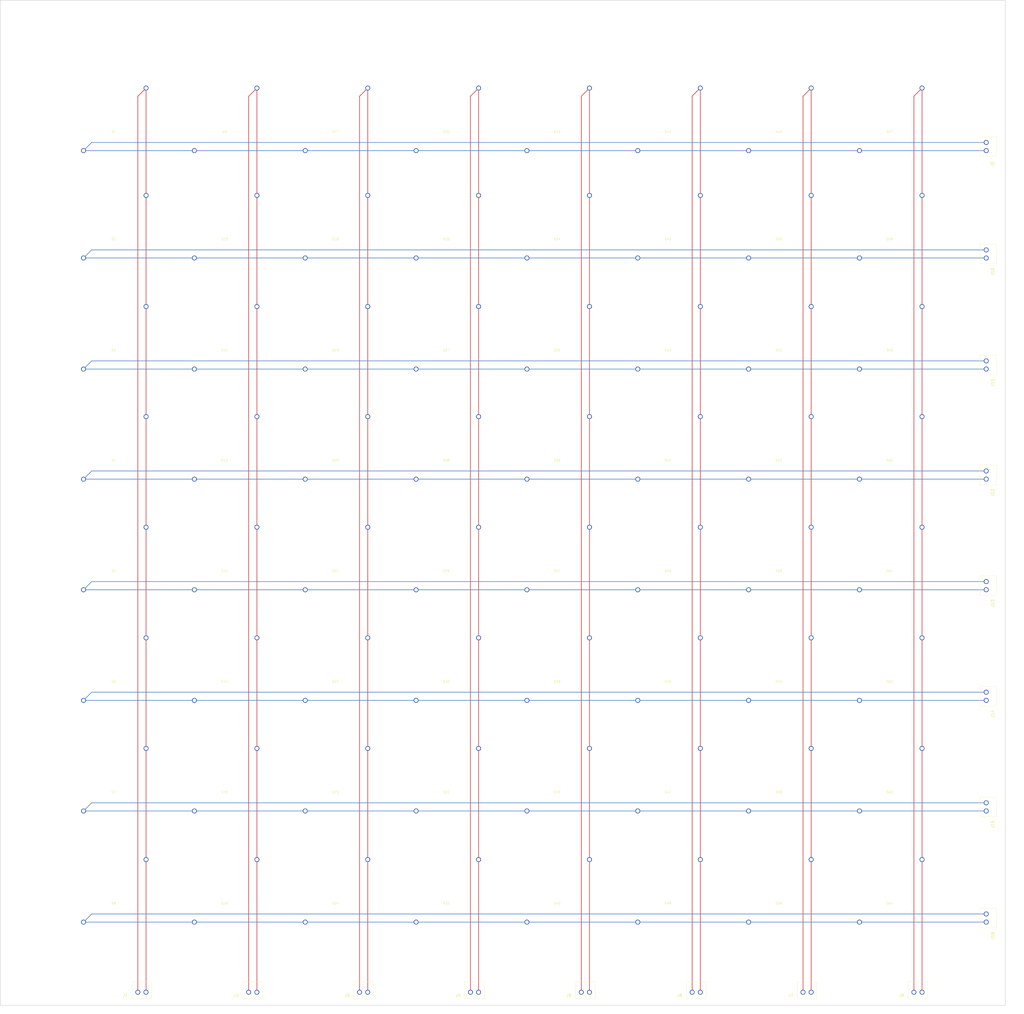
<source format=kicad_pcb>
(kicad_pcb (version 20211014) (generator pcbnew)
  (layers (0 "F.Cu" signal) (31 "B.Cu" signal) (34 "B.Paste" user) (35 "F.Paste" user) (36 "B.SilkS" user "B.Silkscreen") (37 "F.SilkS" user "F.Silkscreen") (38 "B.Mask" user) (39 "F.Mask" user) (44 "Edge.Cuts" user))
  (net 0 "")
  (net 1 "Net-(J1-Pad1)")
  (net 2 "Net-(J2-Pad1)")
  (net 3 "Net-(J3-Pad1)")
  (net 4 "Net-(J4-Pad1)")
  (net 5 "Net-(J5-Pad1)")
  (net 6 "Net-(J6-Pad1)")
  (net 7 "Net-(J7-Pad1)")
  (net 8 "Net-(J8-Pad1)")
  (net 9 "Net-(J9-Pad1)")
  (net 10 "Net-(J10-Pad1)")
  (net 11 "Net-(J11-Pad1)")
  (net 12 "Net-(J12-Pad1)")
  (net 13 "Net-(J13-Pad1)")
  (net 14 "Net-(J14-Pad1)")
  (net 15 "Net-(J15-Pad1)")
  (net 16 "Net-(J16-Pad1)")
  (footprint "GP560_V03:GP560_V03" (layer "F.Cu") (at 195.761 224.607924)
    (fp_text reference "S28" (at 12.96583 -8.08977 unlocked) (layer "F.SilkS"))
    (fp_text value "GP560_V03")
    (pad "1" thru_hole circle locked (at 26.87 -26.87) (size 2.1 2.1) (drill 1.4) (layers *.Cu *.Mask) (net 4 "Net-(J4-Pad1)"))
    (pad "2" thru_hole circle locked (at 0 0) (size 2.1 2.1) (drill 1.4) (layers *.Cu *.Mask) (net 12 "Net-(J12-Pad1)"))
  )
  (footprint "OQ0212500000G:OQ0212500000G" (layer "F.Cu") (at 362.010087 445.023029)
    (fp_text reference "J7" (at -5.339937 1.358997) (layer "F.SilkS") (effects (font (size 1.27 1.27) (thickness 0.254))))
    (fp_text value "OQ0212500000G" hide)
    (fp_line (start 5.95 -4.4) (end 5.95 2.8) (layer "F.SilkS") (width 0.1))
    (fp_line (start 5.95 2.8) (end -2.45 2.8) (layer "F.SilkS") (width 0.1))
    (fp_line (start -2.45 -4.4) (end 5.95 -4.4) (layer "F.SilkS") (width 0.1))
    (fp_line (start -2.45 2.8) (end -2.45 -4.4) (layer "F.SilkS") (width 0.1))
    (pad "1" thru_hole circle locked (at 0 0) (size 2.1 2.1) (drill 1.4) (layers *.Cu *.Mask) (net 7 "Net-(J7-Pad1)"))
    (pad "2" thru_hole circle locked (at 3.5 0) (size 2.1 2.1) (drill 1.4) (layers *.Cu *.Mask) (net 7 "Net-(J7-Pad1)"))
  )
  (footprint "GP560_V03:GP560_V03" (layer "F.Cu") (at 338.633855 83.459229)
    (fp_text reference "S49" (at 12.96583 -8.08977 unlocked) (layer "F.SilkS"))
    (fp_text value "GP560_V03")
    (pad "1" thru_hole circle locked (at 26.87 -26.87) (size 2.1 2.1) (drill 1.4) (layers *.Cu *.Mask) (net 7 "Net-(J7-Pad1)"))
    (pad "2" thru_hole circle locked (at 0 0) (size 2.1 2.1) (drill 1.4) (layers *.Cu *.Mask) (net 9 "Net-(J9-Pad1)"))
  )
  (footprint "GP560_V03:GP560_V03" (layer "F.Cu") (at 386.258145 367.157829)
    (fp_text reference "S63" (at 12.96583 -8.08977 unlocked) (layer "F.SilkS"))
    (fp_text value "GP560_V03")
    (pad "1" thru_hole circle locked (at 26.87 -26.87) (size 2.1 2.1) (drill 1.4) (layers *.Cu *.Mask) (net 8 "Net-(J8-Pad1)"))
    (pad "2" thru_hole circle locked (at 0 0) (size 2.1 2.1) (drill 1.4) (layers *.Cu *.Mask) (net 15 "Net-(J15-Pad1)"))
  )
  (footprint "GP560_V03:GP560_V03" (layer "F.Cu") (at 148.136715 83.459229)
    (fp_text reference "S17" (at 12.96583 -8.08977 unlocked) (layer "F.SilkS"))
    (fp_text value "GP560_V03")
    (pad "1" thru_hole circle locked (at 26.87 -26.87) (size 2.1 2.1) (drill 1.4) (layers *.Cu *.Mask) (net 3 "Net-(J3-Pad1)"))
    (pad "2" thru_hole circle locked (at 0 0) (size 2.1 2.1) (drill 1.4) (layers *.Cu *.Mask) (net 9 "Net-(J9-Pad1)"))
  )
  (footprint "OQ0212500000G:OQ0212500000G" (layer "F.Cu") (at 440.703945 316.130829 -90)
    (fp_text reference "J14" (at 9.3192 -2.7812 -90) (layer "F.SilkS") (effects (font (size 1.27 1.27) (thickness 0.254))))
    (fp_text value "OQ0212500000G" hide)
    (fp_line (start 5.95 2.8) (end -2.45 2.8) (layer "F.SilkS") (width 0.1))
    (fp_line (start -2.45 2.8) (end -2.45 -4.4) (layer "F.SilkS") (width 0.1))
    (fp_line (start -2.45 -4.4) (end 5.95 -4.4) (layer "F.SilkS") (width 0.1))
    (fp_line (start 5.95 -4.4) (end 5.95 2.8) (layer "F.SilkS") (width 0.1))
    (pad "1" thru_hole circle locked (at 0 0 270) (size 2.1 2.1) (drill 1.4) (layers *.Cu *.Mask) (net 14 "Net-(J14-Pad1)"))
    (pad "2" thru_hole circle locked (at 3.5 0 270) (size 2.1 2.1) (drill 1.4) (layers *.Cu *.Mask) (net 14 "Net-(J14-Pad1)"))
  )
  (footprint "GP560_V03:GP560_V03" (layer "F.Cu") (at 52.888145 177.315275)
    (fp_text reference "S3" (at 12.96583 -8.08977 unlocked) (layer "F.SilkS"))
    (fp_text value "GP560_V03")
    (pad "1" thru_hole circle locked (at 26.87 -26.87) (size 2.1 2.1) (drill 1.4) (layers *.Cu *.Mask) (net 1 "Net-(J1-Pad1)"))
    (pad "2" thru_hole circle locked (at 0 0) (size 2.1 2.1) (drill 1.4) (layers *.Cu *.Mask) (net 11 "Net-(J11-Pad1)"))
  )
  (footprint "GP560_V03:GP560_V03" (layer "F.Cu") (at 148.136715 319.641194)
    (fp_text reference "S22" (at 12.96583 -8.08977 unlocked) (layer "F.SilkS"))
    (fp_text value "GP560_V03")
    (pad "1" thru_hole circle locked (at 26.87 -26.87) (size 2.1 2.1) (drill 1.4) (layers *.Cu *.Mask) (net 3 "Net-(J3-Pad1)"))
    (pad "2" thru_hole circle locked (at 0 0) (size 2.1 2.1) (drill 1.4) (layers *.Cu *.Mask) (net 14 "Net-(J14-Pad1)"))
  )
  (footprint "GP560_V03:GP560_V03" (layer "F.Cu") (at 243.385285 83.459229)
    (fp_text reference "S33" (at 12.96583 -8.08977 unlocked) (layer "F.SilkS"))
    (fp_text value "GP560_V03")
    (pad "1" thru_hole circle locked (at 26.87 -26.87) (size 2.1 2.1) (drill 1.4) (layers *.Cu *.Mask) (net 5 "Net-(J5-Pad1)"))
    (pad "2" thru_hole circle locked (at 0 0) (size 2.1 2.1) (drill 1.4) (layers *.Cu *.Mask) (net 9 "Net-(J9-Pad1)"))
  )
  (footprint "GP560_V03:GP560_V03" (layer "F.Cu") (at 148.136715 177.315275)
    (fp_text reference "S19" (at 12.96583 -8.08977 unlocked) (layer "F.SilkS"))
    (fp_text value "GP560_V03")
    (pad "1" thru_hole circle locked (at 26.87 -26.87) (size 2.1 2.1) (drill 1.4) (layers *.Cu *.Mask) (net 3 "Net-(J3-Pad1)"))
    (pad "2" thru_hole circle locked (at 0 0) (size 2.1 2.1) (drill 1.4) (layers *.Cu *.Mask) (net 11 "Net-(J11-Pad1)"))
  )
  (footprint "OQ0212500000G:OQ0212500000G" (layer "F.Cu") (at 440.703945 79.961629 -90)
    (fp_text reference "J9" (at 9.3192 -2.7812 -90) (layer "F.SilkS") (effects (font (size 1.27 1.27) (thickness 0.254))))
    (fp_text value "OQ0212500000G" hide)
    (fp_line (start 5.95 2.8) (end -2.45 2.8) (layer "F.SilkS") (width 0.1))
    (fp_line (start -2.45 2.8) (end -2.45 -4.4) (layer "F.SilkS") (width 0.1))
    (fp_line (start 5.95 -4.4) (end 5.95 2.8) (layer "F.SilkS") (width 0.1))
    (fp_line (start -2.45 -4.4) (end 5.95 -4.4) (layer "F.SilkS") (width 0.1))
    (pad "1" thru_hole circle locked (at 0 0 270) (size 2.1 2.1) (drill 1.4) (layers *.Cu *.Mask) (net 9 "Net-(J9-Pad1)"))
    (pad "2" thru_hole circle locked (at 3.5 0 270) (size 2.1 2.1) (drill 1.4) (layers *.Cu *.Mask) (net 9 "Net-(J9-Pad1)"))
  )
  (footprint "GP560_V03:GP560_V03" (layer "F.Cu") (at 52.888145 414.909229)
    (fp_text reference "S8" (at 12.96583 -8.08977 unlocked) (layer "F.SilkS"))
    (fp_text value "GP560_V03")
    (pad "1" thru_hole circle locked (at 26.87 -26.87) (size 2.1 2.1) (drill 1.4) (layers *.Cu *.Mask) (net 1 "Net-(J1-Pad1)"))
    (pad "2" thru_hole circle locked (at 0 0) (size 2.1 2.1) (drill 1.4) (layers *.Cu *.Mask) (net 16 "Net-(J16-Pad1)"))
  )
  (footprint "OQ0212500000G:OQ0212500000G" (layer "F.Cu") (at 314.37783 445.023029)
    (fp_text reference "J6" (at -5.339937 1.358997) (layer "F.SilkS") (effects (font (size 1.27 1.27) (thickness 0.254))))
    (fp_text value "OQ0212500000G" hide)
    (fp_line (start -2.45 2.8) (end -2.45 -4.4) (layer "F.SilkS") (width 0.1))
    (fp_line (start 5.95 -4.4) (end 5.95 2.8) (layer "F.SilkS") (width 0.1))
    (fp_line (start 5.95 2.8) (end -2.45 2.8) (layer "F.SilkS") (width 0.1))
    (fp_line (start -2.45 -4.4) (end 5.95 -4.4) (layer "F.SilkS") (width 0.1))
    (pad "1" thru_hole circle locked (at 0 0) (size 2.1 2.1) (drill 1.4) (layers *.Cu *.Mask) (net 6 "Net-(J6-Pad1)"))
    (pad "2" thru_hole circle locked (at 3.5 0) (size 2.1 2.1) (drill 1.4) (layers *.Cu *.Mask) (net 6 "Net-(J6-Pad1)"))
  )
  (footprint "GP560_V03:GP560_V03" (layer "F.Cu") (at 195.761 272.124559)
    (fp_text reference "S29" (at 12.96583 -8.08977 unlocked) (layer "F.SilkS"))
    (fp_text value "GP560_V03")
    (pad "1" thru_hole circle locked (at 26.87 -26.87) (size 2.1 2.1) (drill 1.4) (layers *.Cu *.Mask) (net 4 "Net-(J4-Pad1)"))
    (pad "2" thru_hole circle locked (at 0 0) (size 2.1 2.1) (drill 1.4) (layers *.Cu *.Mask) (net 13 "Net-(J13-Pad1)"))
  )
  (footprint "OQ0212500000G:OQ0212500000G" (layer "F.Cu") (at 266.745573 445.023029)
    (fp_text reference "J5" (at -5.339937 1.358997) (layer "F.SilkS") (effects (font (size 1.27 1.27) (thickness 0.254))))
    (fp_text value "OQ0212500000G" hide)
    (fp_line (start 5.95 -4.4) (end 5.95 2.8) (layer "F.SilkS") (width 0.1))
    (fp_line (start -2.45 -4.4) (end 5.95 -4.4) (layer "F.SilkS") (width 0.1))
    (fp_line (start 5.95 2.8) (end -2.45 2.8) (layer "F.SilkS") (width 0.1))
    (fp_line (start -2.45 2.8) (end -2.45 -4.4) (layer "F.SilkS") (width 0.1))
    (pad "1" thru_hole circle locked (at 0 0) (size 2.1 2.1) (drill 1.4) (layers *.Cu *.Mask) (net 5 "Net-(J5-Pad1)"))
    (pad "2" thru_hole circle locked (at 3.5 0) (size 2.1 2.1) (drill 1.4) (layers *.Cu *.Mask) (net 5 "Net-(J5-Pad1)"))
  )
  (footprint "GP560_V03:GP560_V03" (layer "F.Cu") (at 100.51243 224.607924)
    (fp_text reference "S12" (at 12.96583 -8.08977 unlocked) (layer "F.SilkS"))
    (fp_text value "GP560_V03")
    (pad "1" thru_hole circle locked (at 26.87 -26.87) (size 2.1 2.1) (drill 1.4) (layers *.Cu *.Mask) (net 2 "Net-(J2-Pad1)"))
    (pad "2" thru_hole circle locked (at 0 0) (size 2.1 2.1) (drill 1.4) (layers *.Cu *.Mask) (net 12 "Net-(J12-Pad1)"))
  )
  (footprint "GP560_V03:GP560_V03" (layer "F.Cu") (at 291.00957 272.124559)
    (fp_text reference "S45" (at 12.96583 -8.08977 unlocked) (layer "F.SilkS"))
    (fp_text value "GP560_V03")
    (pad "1" thru_hole circle locked (at 26.87 -26.87) (size 2.1 2.1) (drill 1.4) (layers *.Cu *.Mask) (net 6 "Net-(J6-Pad1)"))
    (pad "2" thru_hole circle locked (at 0 0) (size 2.1 2.1) (drill 1.4) (layers *.Cu *.Mask) (net 13 "Net-(J13-Pad1)"))
  )
  (footprint "GP560_V03:GP560_V03" (layer "F.Cu") (at 386.258145 83.459229)
    (fp_text reference "S57" (at 12.96583 -8.08977 unlocked) (layer "F.SilkS"))
    (fp_text value "GP560_V03")
    (pad "1" thru_hole circle locked (at 26.87 -26.87) (size 2.1 2.1) (drill 1.4) (layers *.Cu *.Mask) (net 8 "Net-(J8-Pad1)"))
    (pad "2" thru_hole circle locked (at 0 0) (size 2.1 2.1) (drill 1.4) (layers *.Cu *.Mask) (net 9 "Net-(J9-Pad1)"))
  )
  (footprint "OQ0212500000G:OQ0212500000G" (layer "F.Cu") (at 123.848802 445.023029)
    (fp_text reference "J2" (at -5.339937 1.358997) (layer "F.SilkS") (effects (font (size 1.27 1.27) (thickness 0.254))))
    (fp_text value "OQ0212500000G" hide)
    (fp_line (start 5.95 2.8) (end -2.45 2.8) (layer "F.SilkS") (width 0.1))
    (fp_line (start 5.95 -4.4) (end 5.95 2.8) (layer "F.SilkS") (width 0.1))
    (fp_line (start -2.45 2.8) (end -2.45 -4.4) (layer "F.SilkS") (width 0.1))
    (fp_line (start -2.45 -4.4) (end 5.95 -4.4) (layer "F.SilkS") (width 0.1))
    (pad "1" thru_hole circle locked (at 0 0) (size 2.1 2.1) (drill 1.4) (layers *.Cu *.Mask) (net 2 "Net-(J2-Pad1)"))
    (pad "2" thru_hole circle locked (at 3.5 0) (size 2.1 2.1) (drill 1.4) (layers *.Cu *.Mask) (net 2 "Net-(J2-Pad1)"))
  )
  (footprint "GP560_V03:GP560_V03" (layer "F.Cu") (at 291.00957 129.574654)
    (fp_text reference "S42" (at 12.96583 -8.08977 unlocked) (layer "F.SilkS"))
    (fp_text value "GP560_V03")
    (pad "1" thru_hole circle locked (at 26.87 -26.87) (size 2.1 2.1) (drill 1.4) (layers *.Cu *.Mask) (net 6 "Net-(J6-Pad1)"))
    (pad "2" thru_hole circle locked (at 0 0) (size 2.1 2.1) (drill 1.4) (layers *.Cu *.Mask) (net 10 "Net-(J10-Pad1)"))
  )
  (footprint "GP560_V03:GP560_V03" (layer "F.Cu") (at 338.633855 367.157829)
    (fp_text reference "S55" (at 12.96583 -8.08977 unlocked) (layer "F.SilkS"))
    (fp_text value "GP560_V03")
    (pad "1" thru_hole circle locked (at 26.87 -26.87) (size 2.1 2.1) (drill 1.4) (layers *.Cu *.Mask) (net 7 "Net-(J7-Pad1)"))
    (pad "2" thru_hole circle locked (at 0 0) (size 2.1 2.1) (drill 1.4) (layers *.Cu *.Mask) (net 15 "Net-(J15-Pad1)"))
  )
  (footprint "GP560_V03:GP560_V03" (layer "F.Cu") (at 243.385285 319.641194)
    (fp_text reference "S38" (at 12.96583 -8.08977 unlocked) (layer "F.SilkS"))
    (fp_text value "GP560_V03")
    (pad "1" thru_hole circle locked (at 26.87 -26.87) (size 2.1 2.1) (drill 1.4) (layers *.Cu *.Mask) (net 5 "Net-(J5-Pad1)"))
    (pad "2" thru_hole circle locked (at 0 0) (size 2.1 2.1) (drill 1.4) (layers *.Cu *.Mask) (net 14 "Net-(J14-Pad1)"))
  )
  (footprint "GP560_V03:GP560_V03" (layer "F.Cu") (at 338.633855 177.315275)
    (fp_text reference "S51" (at 12.96583 -8.08977 unlocked) (layer "F.SilkS"))
    (fp_text value "GP560_V03")
    (pad "1" thru_hole circle locked (at 26.87 -26.87) (size 2.1 2.1) (drill 1.4) (layers *.Cu *.Mask) (net 7 "Net-(J7-Pad1)"))
    (pad "2" thru_hole circle locked (at 0 0) (size 2.1 2.1) (drill 1.4) (layers *.Cu *.Mask) (net 11 "Net-(J11-Pad1)"))
  )
  (footprint "OQ0212500000G:OQ0212500000G" (layer "F.Cu") (at 409.642345 445.023029)
    (fp_text reference "J8" (at -5.339937 1.358997) (layer "F.SilkS") (effects (font (size 1.27 1.27) (thickness 0.254))))
    (fp_text value "OQ0212500000G" hide)
    (fp_line (start -2.45 -4.4) (end 5.95 -4.4) (layer "F.SilkS") (width 0.1))
    (fp_line (start 5.95 -4.4) (end 5.95 2.8) (layer "F.SilkS") (width 0.1))
    (fp_line (start 5.95 2.8) (end -2.45 2.8) (layer "F.SilkS") (width 0.1))
    (fp_line (start -2.45 2.8) (end -2.45 -4.4) (layer "F.SilkS") (width 0.1))
    (pad "1" thru_hole circle locked (at 0 0) (size 2.1 2.1) (drill 1.4) (layers *.Cu *.Mask) (net 8 "Net-(J8-Pad1)"))
    (pad "2" thru_hole circle locked (at 3.5 0) (size 2.1 2.1) (drill 1.4) (layers *.Cu *.Mask) (net 8 "Net-(J8-Pad1)"))
  )
  (footprint "GP560_V03:GP560_V03" (layer "F.Cu") (at 52.888145 129.574654)
    (fp_text reference "S2" (at 12.96583 -8.08977 unlocked) (layer "F.SilkS"))
    (fp_text value "GP560_V03")
    (pad "1" thru_hole circle locked (at 26.87 -26.87) (size 2.1 2.1) (drill 1.4) (layers *.Cu *.Mask) (net 1 "Net-(J1-Pad1)"))
    (pad "2" thru_hole circle locked (at 0 0) (size 2.1 2.1) (drill 1.4) (layers *.Cu *.Mask) (net 10 "Net-(J10-Pad1)"))
  )
  (footprint "GP560_V03:GP560_V03" (layer "F.Cu") (at 291.00957 319.641194)
    (fp_text reference "S46" (at 12.96583 -8.08977 unlocked) (layer "F.SilkS"))
    (fp_text value "GP560_V03")
    (pad "1" thru_hole circle locked (at 26.87 -26.87) (size 2.1 2.1) (drill 1.4) (layers *.Cu *.Mask) (net 6 "Net-(J6-Pad1)"))
    (pad "2" thru_hole circle locked (at 0 0) (size 2.1 2.1) (drill 1.4) (layers *.Cu *.Mask) (net 14 "Net-(J14-Pad1)"))
  )
  (footprint "GP560_V03:GP560_V03" (layer "F.Cu") (at 386.258145 224.607924)
    (fp_text reference "S60" (at 12.96583 -8.08977 unlocked) (layer "F.SilkS"))
    (fp_text value "GP560_V03")
    (pad "1" thru_hole circle locked (at 26.87 -26.87) (size 2.1 2.1) (drill 1.4) (layers *.Cu *.Mask) (net 8 "Net-(J8-Pad1)"))
    (pad "2" thru_hole circle locked (at 0 0) (size 2.1 2.1) (drill 1.4) (layers *.Cu *.Mask) (net 12 "Net-(J12-Pad1)"))
  )
  (footprint "OQ0212500000G:OQ0212500000G" (layer "F.Cu") (at 440.703945 221.084029 -90)
    (fp_text reference "J12" (at 9.3192 -2.7812 -90) (layer "F.SilkS") (effects (font (size 1.27 1.27) (thickness 0.254))))
    (fp_text value "OQ0212500000G" hide)
    (fp_line (start 5.95 2.8) (end -2.45 2.8) (layer "F.SilkS") (width 0.1))
    (fp_line (start 5.95 -4.4) (end 5.95 2.8) (layer "F.SilkS") (width 0.1))
    (fp_line (start -2.45 2.8) (end -2.45 -4.4) (layer "F.SilkS") (width 0.1))
    (fp_line (start -2.45 -4.4) (end 5.95 -4.4) (layer "F.SilkS") (width 0.1))
    (pad "1" thru_hole circle locked (at 0 0 270) (size 2.1 2.1) (drill 1.4) (layers *.Cu *.Mask) (net 12 "Net-(J12-Pad1)"))
    (pad "2" thru_hole circle locked (at 3.5 0 270) (size 2.1 2.1) (drill 1.4) (layers *.Cu *.Mask) (net 12 "Net-(J12-Pad1)"))
  )
  (footprint "GP560_V03:GP560_V03" (layer "F.Cu") (at 195.761 414.909229)
    (fp_text reference "S32" (at 12.96583 -8.08977 unlocked) (layer "F.SilkS"))
    (fp_text value "GP560_V03")
    (pad "1" thru_hole circle locked (at 26.87 -26.87) (size 2.1 2.1) (drill 1.4) (layers *.Cu *.Mask) (net 4 "Net-(J4-Pad1)"))
    (pad "2" thru_hole circle locked (at 0 0) (size 2.1 2.1) (drill 1.4) (layers *.Cu *.Mask) (net 16 "Net-(J16-Pad1)"))
  )
  (footprint "GP560_V03:GP560_V03" (layer "F.Cu") (at 386.258145 414.909229)
    (fp_text reference "S64" (at 12.96583 -8.08977 unlocked) (layer "F.SilkS"))
    (fp_text value "GP560_V03")
    (pad "1" thru_hole circle locked (at 26.87 -26.87) (size 2.1 2.1) (drill 1.4) (layers *.Cu *.Mask) (net 8 "Net-(J8-Pad1)"))
    (pad "2" thru_hole circle locked (at 0 0) (size 2.1 2.1) (drill 1.4) (layers *.Cu *.Mask) (net 16 "Net-(J16-Pad1)"))
  )
  (footprint "GP560_V03:GP560_V03" (layer "F.Cu") (at 386.258145 272.124559)
    (fp_text reference "S61" (at 12.96583 -8.08977 unlocked) (layer "F.SilkS"))
    (fp_text value "GP560_V03")
    (pad "1" thru_hole circle locked (at 26.87 -26.87) (size 2.1 2.1) (drill 1.4) (layers *.Cu *.Mask) (net 8 "Net-(J8-Pad1)"))
    (pad "2" thru_hole circle locked (at 0 0) (size 2.1 2.1) (drill 1.4) (layers *.Cu *.Mask) (net 13 "Net-(J13-Pad1)"))
  )
  (footprint "GP560_V03:GP560_V03" (layer "F.Cu") (at 195.761 83.459229)
    (fp_text reference "S25" (at 12.96583 -8.08977 unlocked) (layer "F.SilkS"))
    (fp_text value "GP560_V03")
    (pad "1" thru_hole circle locked (at 26.87 -26.87) (size 2.1 2.1) (drill 1.4) (layers *.Cu *.Mask) (net 4 "Net-(J4-Pad1)"))
    (pad "2" thru_hole circle locked (at 0 0) (size 2.1 2.1) (drill 1.4) (layers *.Cu *.Mask) (net 9 "Net-(J9-Pad1)"))
  )
  (footprint "GP560_V03:GP560_V03" (layer "F.Cu") (at 386.258145 129.574654)
    (fp_text reference "S58" (at 12.96583 -8.08977 unlocked) (layer "F.SilkS"))
    (fp_text value "GP560_V03")
    (pad "1" thru_hole circle locked (at 26.87 -26.87) (size 2.1 2.1) (drill 1.4) (layers *.Cu *.Mask) (net 8 "Net-(J8-Pad1)"))
    (pad "2" thru_hole circle locked (at 0 0) (size 2.1 2.1) (drill 1.4) (layers *.Cu *.Mask) (net 10 "Net-(J10-Pad1)"))
  )
  (footprint "GP560_V03:GP560_V03" (layer "F.Cu") (at 52.888145 272.124559)
    (fp_text reference "S5" (at 12.96583 -8.08977 unlocked) (layer "F.SilkS"))
    (fp_text value "GP560_V03")
    (pad "1" thru_hole circle locked (at 26.87 -26.87) (size 2.1 2.1) (drill 1.4) (layers *.Cu *.Mask) (net 1 "Net-(J1-Pad1)"))
    (pad "2" thru_hole circle locked (at 0 0) (size 2.1 2.1) (drill 1.4) (layers *.Cu *.Mask) (net 13 "Net-(J13-Pad1)"))
  )
  (footprint "GP560_V03:GP560_V03" (layer "F.Cu") (at 386.258145 319.641194)
    (fp_text reference "S62" (at 12.96583 -8.08977 unlocked) (layer "F.SilkS"))
    (fp_text value "GP560_V03")
    (pad "1" thru_hole circle locked (at 26.87 -26.87) (size 2.1 2.1) (drill 1.4) (layers *.Cu *.Mask) (net 8 "Net-(J8-Pad1)"))
    (pad "2" thru_hole circle locked (at 0 0) (size 2.1 2.1) (drill 1.4) (layers *.Cu *.Mask) (net 14 "Net-(J14-Pad1)"))
  )
  (footprint "GP560_V03:GP560_V03" (layer "F.Cu") (at 291.00957 414.909229)
    (fp_text reference "S48" (at 12.96583 -8.08977 unlocked) (layer "F.SilkS"))
    (fp_text value "GP560_V03")
    (pad "1" thru_hole circle locked (at 26.87 -26.87) (size 2.1 2.1) (drill 1.4) (layers *.Cu *.Mask) (net 6 "Net-(J6-Pad1)"))
    (pad "2" thru_hole circle locked (at 0 0) (size 2.1 2.1) (drill 1.4) (layers *.Cu *.Mask) (net 16 "Net-(J16-Pad1)"))
  )
  (footprint "GP560_V03:GP560_V03" (layer "F.Cu") (at 100.51243 83.459229)
    (fp_text reference "S9" (at 12.96583 -8.08977 unlocked) (layer "F.SilkS"))
    (fp_text value "GP560_V03")
    (pad "1" thru_hole circle locked (at 26.87 -26.87) (size 2.1 2.1) (drill 1.4) (layers *.Cu *.Mask) (net 2 "Net-(J2-Pad1)"))
    (pad "2" thru_hole circle locked (at 0 0) (size 2.1 2.1) (drill 1.4) (layers *.Cu *.Mask) (net 9 "Net-(J9-Pad1)"))
  )
  (footprint "GP560_V03:GP560_V03" (layer "F.Cu") (at 52.888145 224.607924)
    (fp_text reference "S4" (at 12.96583 -8.08977 unlocked) (layer "F.SilkS"))
    (fp_text value "GP560_V03")
    (pad "1" thru_hole circle locked (at 26.87 -26.87) (size 2.1 2.1) (drill 1.4) (layers *.Cu *.Mask) (net 1 "Net-(J1-Pad1)"))
    (pad "2" thru_hole circle locked (at 0 0) (size 2.1 2.1) (drill 1.4) (layers *.Cu *.Mask) (net 12 "Net-(J12-Pad1)"))
  )
  (footprint "GP560_V03:GP560_V03" (layer "F.Cu") (at 195.761 319.641194)
    (fp_text reference "S30" (at 12.96583 -8.08977 unlocked) (layer "F.SilkS"))
    (fp_text value "GP560_V03")
    (pad "1" thru_hole circle locked (at 26.87 -26.87) (size 2.1 2.1) (drill 1.4) (layers *.Cu *.Mask) (net 4 "Net-(J4-Pad1)"))
    (pad "2" thru_hole circle locked (at 0 0) (size 2.1 2.1) (drill 1.4) (layers *.Cu *.Mask) (net 14 "Net-(J14-Pad1)"))
  )
  (footprint "GP560_V03:GP560_V03" (layer "F.Cu") (at 148.136715 272.124559)
    (fp_text reference "S21" (at 12.96583 -8.08977 unlocked) (layer "F.SilkS"))
    (fp_text value "GP560_V03")
    (pad "1" thru_hole circle locked (at 26.87 -26.87) (size 2.1 2.1) (drill 1.4) (layers *.Cu *.Mask) (net 3 "Net-(J3-Pad1)"))
    (pad "2" thru_hole circle locked (at 0 0) (size 2.1 2.1) (drill 1.4) (layers *.Cu *.Mask) (net 13 "Net-(J13-Pad1)"))
  )
  (footprint "GP560_V03:GP560_V03" (layer "F.Cu") (at 148.136715 129.574654)
    (fp_text reference "S18" (at 12.96583 -8.08977 unlocked) (layer "F.SilkS"))
    (fp_text value "GP560_V03")
    (pad "1" thru_hole circle locked (at 26.87 -26.87) (size 2.1 2.1) (drill 1.4) (layers *.Cu *.Mask) (net 3 "Net-(J3-Pad1)"))
    (pad "2" thru_hole circle locked (at 0 0) (size 2.1 2.1) (drill 1.4) (layers *.Cu *.Mask) (net 10 "Net-(J10-Pad1)"))
  )
  (footprint "GP560_V03:GP560_V03" (layer "F.Cu") (at 243.385285 414.909229)
    (fp_text reference "S40" (at 12.96583 -8.08977 unlocked) (layer "F.SilkS"))
    (fp_text value "GP560_V03")
    (pad "1" thru_hole circle locked (at 26.87 -26.87) (size 2.1 2.1) (drill 1.4) (layers *.Cu *.Mask) (net 5 "Net-(J5-Pad1)"))
    (pad "2" thru_hole circle locked (at 0 0) (size 2.1 2.1) (drill 1.4) (layers *.Cu *.Mask) (net 16 "Net-(J16-Pad1)"))
  )
  (footprint "GP560_V03:GP560_V03" (layer "F.Cu") (at 148.136715 414.909229)
    (fp_text reference "S24" (at 12.96583 -8.08977 unlocked) (layer "F.SilkS"))
    (fp_text value "GP560_V03")
    (pad "1" thru_hole circle locked (at 26.87 -26.87) (size 2.1 2.1) (drill 1.4) (layers *.Cu *.Mask) (net 3 "Net-(J3-Pad1)"))
    (pad "2" thru_hole circle locked (at 0 0) (size 2.1 2.1) (drill 1.4) (layers *.Cu *.Mask) (net 16 "Net-(J16-Pad1)"))
  )
  (footprint "OQ0212500000G:OQ0212500000G" (layer "F.Cu") (at 440.703945 126.113429 -90)
    (fp_text reference "J10" (at 9.3192 -2.7812 -90) (layer "F.SilkS") (effects (font (size 1.27 1.27) (thickness 0.254))))
    (fp_text value "OQ0212500000G" hide)
    (fp_line (start -2.45 2.8) (end -2.45 -4.4) (layer "F.SilkS") (width 0.1))
    (fp_line (start 5.95 2.8) (end -2.45 2.8) (layer "F.SilkS") (width 0.1))
    (fp_line (start 5.95 -4.4) (end 5.95 2.8) (layer "F.SilkS") (width 0.1))
    (fp_line (start -2.45 -4.4) (end 5.95 -4.4) (layer "F.SilkS") (width 0.1))
    (pad "1" thru_hole circle locked (at 0 0 270) (size 2.1 2.1) (drill 1.4) (layers *.Cu *.Mask) (net 10 "Net-(J10-Pad1)"))
    (pad "2" thru_hole circle locked (at 3.5 0 270) (size 2.1 2.1) (drill 1.4) (layers *.Cu *.Mask) (net 10 "Net-(J10-Pad1)"))
  )
  (footprint "GP560_V03:GP560_V03" (layer "F.Cu") (at 338.633855 414.909229)
    (fp_text reference "S56" (at 12.96583 -8.08977 unlocked) (layer "F.SilkS"))
    (fp_text value "GP560_V03")
    (pad "1" thru_hole circle locked (at 26.87 -26.87) (size 2.1 2.1) (drill 1.4) (layers *.Cu *.Mask) (net 7 "Net-(J7-Pad1)"))
    (pad "2" thru_hole circle locked (at 0 0) (size 2.1 2.1) (drill 1.4) (layers *.Cu *.Mask) (net 16 "Net-(J16-Pad1)"))
  )
  (footprint "GP560_V03:GP560_V03" (layer "F.Cu") (at 148.136715 367.157829)
    (fp_text reference "S23" (at 12.96583 -8.08977 unlocked) (layer "F.SilkS"))
    (fp_text value "GP560_V03")
    (pad "1" thru_hole circle locked (at 26.87 -26.87) (size 2.1 2.1) (drill 1.4) (layers *.Cu *.Mask) (net 3 "Net-(J3-Pad1)"))
    (pad "2" thru_hole circle locked (at 0 0) (size 2.1 2.1) (drill 1.4) (layers *.Cu *.Mask) (net 15 "Net-(J15-Pad1)"))
  )
  (footprint "GP560_V03:GP560_V03" (layer "F.Cu") (at 52.888145 319.641194)
    (fp_text reference "S6" (at 12.96583 -8.08977 unlocked) (layer "F.SilkS"))
    (fp_text value "GP560_V03")
    (pad "1" thru_hole circle locked (at 26.87 -26.87) (size 2.1 2.1) (drill 1.4) (layers *.Cu *.Mask) (net 1 "Net-(J1-Pad1)"))
    (pad "2" thru_hole circle locked (at 0 0) (size 2.1 2.1) (drill 1.4) (layers *.Cu *.Mask) (net 14 "Net-(J14-Pad1)"))
  )
  (footprint "GP560_V03:GP560_V03" (layer "F.Cu") (at 52.888145 83.459229)
    (fp_text reference "S1" (at 12.96583 -8.08977 unlocked) (layer "F.SilkS"))
    (fp_text value "GP560_V03")
    (pad "1" thru_hole circle locked (at 26.87 -26.87) (size 2.1 2.1) (drill 1.4) (layers *.Cu *.Mask) (net 1 "Net-(J1-Pad1)"))
    (pad "2" thru_hole circle locked (at 0 0) (size 2.1 2.1) (drill 1.4) (layers *.Cu *.Mask) (net 9 "Net-(J9-Pad1)"))
  )
  (footprint "GP560_V03:GP560_V03" (layer "F.Cu") (at 243.385285 224.607924)
    (fp_text reference "S36" (at 12.96583 -8.08977 unlocked) (layer "F.SilkS"))
    (fp_text value "GP560_V03")
    (pad "1" thru_hole circle locked (at 26.87 -26.87) (size 2.1 2.1) (drill 1.4) (layers *.Cu *.Mask) (net 5 "Net-(J5-Pad1)"))
    (pad "2" thru_hole circle locked (at 0 0) (size 2.1 2.1) (drill 1.4) (layers *.Cu *.Mask) (net 12 "Net-(J12-Pad1)"))
  )
  (footprint "GP560_V03:GP560_V03" (layer "F.Cu") (at 100.51243 177.315275)
    (fp_text reference "S11" (at 12.96583 -8.08977 unlocked) (layer "F.SilkS"))
    (fp_text value "GP560_V03")
    (pad "1" thru_hole circle locked (at 26.87 -26.87) (size 2.1 2.1) (drill 1.4) (layers *.Cu *.Mask) (net 2 "Net-(J2-Pad1)"))
    (pad "2" thru_hole circle locked (at 0 0) (size 2.1 2.1) (drill 1.4) (layers *.Cu *.Mask) (net 11 "Net-(J11-Pad1)"))
  )
  (footprint "GP560_V03:GP560_V03" (layer "F.Cu") (at 243.385285 177.315275)
    (fp_text reference "S35" (at 12.96583 -8.08977 unlocked) (layer "F.SilkS"))
    (fp_text value "GP560_V03")
    (pad "1" thru_hole circle locked (at 26.87 -26.87) (size 2.1 2.1) (drill 1.4) (layers *.Cu *.Mask) (net 5 "Net-(J5-Pad1)"))
    (pad "2" thru_hole circle locked (at 0 0) (size 2.1 2.1) (drill 1.4) (layers *.Cu *.Mask) (net 11 "Net-(J11-Pad1)"))
  )
  (footprint "OQ0212500000G:OQ0212500000G" (layer "F.Cu") (at 440.703945 173.789229 -90)
    (fp_text reference "J11" (at 9.3192 -2.7812 -90) (layer "F.SilkS") (effects (font (size 1.27 1.27) (thickness 0.254))))
    (fp_text value "OQ0212500000G" hide)
    (fp_line (start -2.45 -4.4) (end 5.95 -4.4) (layer "F.SilkS") (width 0.1))
    (fp_line (start 5.95 -4.4) (end 5.95 2.8) (layer "F.SilkS") (width 0.1))
    (fp_line (start 5.95 2.8) (end -2.45 2.8) (layer "F.SilkS") (width 0.1))
    (fp_line (start -2.45 2.8) (end -2.45 -4.4) (layer "F.SilkS") (width 0.1))
    (pad "1" thru_hole circle locked (at 0 0 270) (size 2.1 2.1) (drill 1.4) (layers *.Cu *.Mask) (net 11 "Net-(J11-Pad1)"))
    (pad "2" thru_hole circle locked (at 3.5 0 270) (size 2.1 2.1) (drill 1.4) (layers *.Cu *.Mask) (net 11 "Net-(J11-Pad1)"))
  )
  (footprint "OQ0212500000G:OQ0212500000G" (layer "F.Cu") (at 440.703945 363.654229 -90)
    (fp_text reference "J15" (at 9.3192 -2.7812 -90) (layer "F.SilkS") (effects (font (size 1.27 1.27) (thickness 0.254))))
    (fp_text value "OQ0212500000G" hide)
    (fp_line (start -2.45 -4.4) (end 5.95 -4.4) (layer "F.SilkS") (width 0.1))
    (fp_line (start 5.95 2.8) (end -2.45 2.8) (layer "F.SilkS") (width 0.1))
    (fp_line (start -2.45 2.8) (end -2.45 -4.4) (layer "F.SilkS") (width 0.1))
    (fp_line (start 5.95 -4.4) (end 5.95 2.8) (layer "F.SilkS") (width 0.1))
    (pad "1" thru_hole circle locked (at 0 0 270) (size 2.1 2.1) (drill 1.4) (layers *.Cu *.Mask) (net 15 "Net-(J15-Pad1)"))
    (pad "2" thru_hole circle locked (at 3.5 0 270) (size 2.1 2.1) (drill 1.4) (layers *.Cu *.Mask) (net 15 "Net-(J15-Pad1)"))
  )
  (footprint "GP560_V03:GP560_V03" (layer "F.Cu") (at 195.761 177.315275)
    (fp_text reference "S27" (at 12.96583 -8.08977 unlocked) (layer "F.SilkS"))
    (fp_text value "GP560_V03")
    (pad "1" thru_hole circle locked (at 26.87 -26.87) (size 2.1 2.1) (drill 1.4) (layers *.Cu *.Mask) (net 4 "Net-(J4-Pad1)"))
    (pad "2" thru_hole circle locked (at 0 0) (size 2.1 2.1) (drill 1.4) (layers *.Cu *.Mask) (net 11 "Net-(J11-Pad1)"))
  )
  (footprint "GP560_V03:GP560_V03" (layer "F.Cu") (at 243.385285 272.124559)
    (fp_text reference "S37" (at 12.96583 -8.08977 unlocked) (layer "F.SilkS"))
    (fp_text value "GP560_V03")
    (pad "1" thru_hole circle locked (at 26.87 -26.87) (size 2.1 2.1) (drill 1.4) (layers *.Cu *.Mask) (net 5 "Net-(J5-Pad1)"))
    (pad "2" thru_hole circle locked (at 0 0) (size 2.1 2.1) (drill 1.4) (layers *.Cu *.Mask) (net 13 "Net-(J13-Pad1)"))
  )
  (footprint "GP560_V03:GP560_V03" (layer "F.Cu") (at 52.888145 367.157829)
    (fp_text reference "S7" (at 12.96583 -8.08977 unlocked) (layer "F.SilkS"))
    (fp_text value "GP560_V03")
    (pad "1" thru_hole circle locked (at 26.87 -26.87) (size 2.1 2.1) (drill 1.4) (layers *.Cu *.Mask) (net 1 "Net-(J1-Pad1)"))
    (pad "2" thru_hole circle locked (at 0 0) (size 2.1 2.1) (drill 1.4) (layers *.Cu *.Mask) (net 15 "Net-(J15-Pad1)"))
  )
  (footprint "GP560_V03:GP560_V03" (layer "F.Cu") (at 148.136715 224.607924)
    (fp_text reference "S20" (at 12.96583 -8.08977 unlocked) (layer "F.SilkS"))
    (fp_text value "GP560_V03")
    (pad "1" thru_hole circle locked (at 26.87 -26.87) (size 2.1 2.1) (drill 1.4) (layers *.Cu *.Mask) (net 3 "Net-(J3-Pad1)"))
    (pad "2" thru_hole circle locked (at 0 0) (size 2.1 2.1) (drill 1.4) (layers *.Cu *.Mask) (net 12 "Net-(J12-Pad1)"))
  )
  (footprint "OQ0212500000G:OQ0212500000G" (layer "F.Cu") (at 171.481059 445.023029)
    (fp_text reference "J3" (at -5.339937 1.358997) (layer "F.SilkS") (effects (font (size 1.27 1.27) (thickness 0.254))))
    (fp_text value "OQ0212500000G" hide)
    (fp_line (start 5.95 -4.4) (end 5.95 2.8) (layer "F.SilkS") (width 0.1))
    (fp_line (start -2.45 2.8) (end -2.45 -4.4) (layer "F.SilkS") (width 0.1))
    (fp_line (start 5.95 2.8) (end -2.45 2.8) (layer "F.SilkS") (width 0.1))
    (fp_line (start -2.45 -4.4) (end 5.95 -4.4) (layer "F.SilkS") (width 0.1))
    (pad "1" thru_hole circle locked (at 0 0) (size 2.1 2.1) (drill 1.4) (layers *.Cu *.Mask) (net 3 "Net-(J3-Pad1)"))
    (pad "2" thru_hole circle locked (at 3.5 0) (size 2.1 2.1) (drill 1.4) (layers *.Cu *.Mask) (net 3 "Net-(J3-Pad1)"))
  )
  (footprint "GP560_V03:GP560_V03" (layer "F.Cu") (at 100.51243 414.909229)
    (fp_text reference "S16" (at 12.96583 -8.08977 unlocked) (layer "F.SilkS"))
    (fp_text value "GP560_V03")
    (pad "1" thru_hole circle locked (at 26.87 -26.87) (size 2.1 2.1) (drill 1.4) (layers *.Cu *.Mask) (net 2 "Net-(J2-Pad1)"))
    (pad "2" thru_hole circle locked (at 0 0) (size 2.1 2.1) (drill 1.4) (layers *.Cu *.Mask) (net 16 "Net-(J16-Pad1)"))
  )
  (footprint "GP560_V03:GP560_V03" (layer "F.Cu") (at 291.00957 83.459229)
    (fp_text reference "S41" (at 12.96583 -8.08977 unlocked) (layer "F.SilkS"))
    (fp_text value "GP560_V03")
    (pad "1" thru_hole circle locked (at 26.87 -26.87) (size 2.1 2.1) (drill 1.4) (layers *.Cu *.Mask) (net 6 "Net-(J6-Pad1)"))
    (pad "2" thru_hole circle locked (at 0 0) (size 2.1 2.1) (drill 1.4) (layers *.Cu *.Mask) (net 9 "Net-(J9-Pad1)"))
  )
  (footprint "OQ0212500000G:OQ0212500000G" (layer "F.Cu") (at 76.216545 445.023029)
    (fp_text reference "J1" (at -5.339937 1.358997) (layer "F.SilkS") (effects (font (size 1.27 1.27) (thickness 0.254))))
    (fp_text value "OQ0212500000G" hide)
    (fp_line (start 5.95 -4.4) (end 5.95 2.8) (layer "F.SilkS") (width 0.1))
    (fp_line (start -2.45 2.8) (end -2.45 -4.4) (layer "F.SilkS") (width 0.1))
    (fp_line (start 5.95 2.8) (end -2.45 2.8) (layer "F.SilkS") (width 0.1))
    (fp_line (start -2.45 -4.4) (end 5.95 -4.4) (layer "F.SilkS") (width 0.1))
    (pad "1" thru_hole circle locked (at 0 0) (size 2.1 2.1) (drill 1.4) (layers *.Cu *.Mask) (net 1 "Net-(J1-Pad1)"))
    (pad "2" thru_hole circle locked (at 3.5 0) (size 2.1 2.1) (drill 1.4) (layers *.Cu *.Mask) (net 1 "Net-(J1-Pad1)"))
  )
  (footprint "GP560_V03:GP560_V03" (layer "F.Cu") (at 100.51243 129.574654)
    (fp_text reference "S10" (at 12.96583 -8.08977 unlocked) (layer "F.SilkS"))
    (fp_text value "GP560_V03")
    (pad "1" thru_hole circle locked (at 26.87 -26.87) (size 2.1 2.1) (drill 1.4) (layers *.Cu *.Mask) (net 2 "Net-(J2-Pad1)"))
    (pad "2" thru_hole circle locked (at 0 0) (size 2.1 2.1) (drill 1.4) (layers *.Cu *.Mask) (net 10 "Net-(J10-Pad1)"))
  )
  (footprint "GP560_V03:GP560_V03" (layer "F.Cu") (at 291.00957 224.607924)
    (fp_text reference "S44" (at 12.96583 -8.08977 unlocked) (layer "F.SilkS"))
    (fp_text value "GP560_V03")
    (pad "1" thru_hole circle locked (at 26.87 -26.87) (size 2.1 2.1) (drill 1.4) (layers *.Cu *.Mask) (net 6 "Net-(J6-Pad1)"))
    (pad "2" thru_hole circle locked (at 0 0) (size 2.1 2.1) (drill 1.4) (layers *.Cu *.Mask) (net 12 "Net-(J12-Pad1)"))
  )
  (footprint "GP560_V03:GP560_V03" (layer "F.Cu") (at 243.385285 129.574654)
    (fp_text reference "S34" (at 12.96583 -8.08977 unlocked) (layer "F.SilkS"))
    (fp_text value "GP560_V03")
    (pad "1" thru_hole circle locked (at 26.87 -26.87) (size 2.1 2.1) (drill 1.4) (layers *.Cu *.Mask) (net 5 "Net-(J5-Pad1)"))
    (pad "2" thru_hole circle locked (at 0 0) (size 2.1 2.1) (drill 1.4) (layers *.Cu *.Mask) (net 10 "Net-(J10-Pad1)"))
  )
  (footprint "GP560_V03:GP560_V03" (layer "F.Cu") (at 100.51243 319.641194)
    (fp_text reference "S14" (at 12.96583 -8.08977 unlocked) (layer "F.SilkS"))
    (fp_text value "GP560_V03")
    (pad "1" thru_hole circle locked (at 26.87 -26.87) (size 2.1 2.1) (drill 1.4) (layers *.Cu *.Mask) (net 2 "Net-(J2-Pad1)"))
    (pad "2" thru_hole circle locked (at 0 0) (size 2.1 2.1) (drill 1.4) (layers *.Cu *.Mask) (net 14 "Net-(J14-Pad1)"))
  )
  (footprint "GP560_V03:GP560_V03" (layer "F.Cu") (at 243.385285 367.157829)
    (fp_text reference "S39" (at 12.96583 -8.08977 unlocked) (layer "F.SilkS"))
    (fp_text value "GP560_V03")
    (pad "1" thru_hole circle locked (at 26.87 -26.87) (size 2.1 2.1) (drill 1.4) (layers *.Cu *.Mask) (net 5 "Net-(J5-Pad1)"))
    (pad "2" thru_hole circle locked (at 0 0) (size 2.1 2.1) (drill 1.4) (layers *.Cu *.Mask) (net 15 "Net-(J15-Pad1)"))
  )
  (footprint "GP560_V03:GP560_V03" (layer "F.Cu") (at 338.633855 319.641194)
    (fp_text reference "S54" (at 12.96583 -8.08977 unlocked) (layer "F.SilkS"))
    (fp_text value "GP560_V03")
    (pad "1" thru_hole circle locked (at 26.87 -26.87) (size 2.1 2.1) (drill 1.4) (layers *.Cu *.Mask) (net 7 "Net-(J7-Pad1)"))
    (pad "2" thru_hole circle locked (at 0 0) (size 2.1 2.1) (drill 1.4) (layers *.Cu *.Mask) (net 14 "Net-(J14-Pad1)"))
  )
  (footprint "GP560_V03:GP560_V03" (layer "F.Cu") (at 195.761 367.157829)
    (fp_text reference "S31" (at 12.96583 -8.08977 unlocked) (layer "F.SilkS"))
    (fp_text value "GP560_V03")
    (pad "1" thru_hole circle locked (at 26.87 -26.87) (size 2.1 2.1) (drill 1.4) (layers *.Cu *.Mask) (net 4 "Net-(J4-Pad1)"))
    (pad "2" thru_hole circle locked (at 0 0) (size 2.1 2.1) (drill 1.4) (layers *.Cu *.Mask) (net 15 "Net-(J15-Pad1)"))
  )
  (footprint "GP560_V03:GP560_V03" (layer "F.Cu") (at 100.51243 367.157829)
    (fp_text reference "S15" (at 12.96583 -8.08977 unlocked) (layer "F.SilkS"))
    (fp_text value "GP560_V03")
    (pad "1" thru_hole circle locked (at 26.87 -26.87) (size 2.1 2.1) (drill 1.4) (layers *.Cu *.Mask) (net 2 "Net-(J2-Pad1)"))
    (pad "2" thru_hole circle locked (at 0 0) (size 2.1 2.1) (drill 1.4) (layers *.Cu *.Mask) (net 15 "Net-(J15-Pad1)"))
  )
  (footprint "OQ0212500000G:OQ0212500000G" (layer "F.Cu") (at 440.703945 268.607429 -90)
    (fp_text reference "J13" (at 9.3192 -2.7812 -90) (layer "F.SilkS") (effects (font (size 1.27 1.27) (thickness 0.254))))
    (fp_text value "OQ0212500000G" hide)
    (fp_line (start 5.95 -4.4) (end 5.95 2.8) (layer "F.SilkS") (width 0.1))
    (fp_line (start -2.45 2.8) (end -2.45 -4.4) (layer "F.SilkS") (width 0.1))
    (fp_line (start -2.45 -4.4) (end 5.95 -4.4) (layer "F.SilkS") (width 0.1))
    (fp_line (start 5.95 2.8) (end -2.45 2.8) (layer "F.SilkS") (width 0.1))
    (pad "1" thru_hole circle locked (at 0 0 270) (size 2.1 2.1) (drill 1.4) (layers *.Cu *.Mask) (net 13 "Net-(J13-Pad1)"))
    (pad "2" thru_hole circle locked (at 3.5 0 270) (size 2.1 2.1) (drill 1.4) (layers *.Cu *.Mask) (net 13 "Net-(J13-Pad1)"))
  )
  (footprint "GP560_V03:GP560_V03" (layer "F.Cu") (at 338.633855 272.124559)
    (fp_text reference "S53" (at 12.96583 -8.08977 unlocked) (layer "F.SilkS"))
    (fp_text value "GP560_V03")
    (pad "1" thru_hole circle locked (at 26.87 -26.87) (size 2.1 2.1) (drill 1.4) (layers *.Cu *.Mask) (net 7 "Net-(J7-Pad1)"))
    (pad "2" thru_hole circle locked (at 0 0) (size 2.1 2.1) (drill 1.4) (layers *.Cu *.Mask) (net 13 "Net-(J13-Pad1)"))
  )
  (footprint "GP560_V03:GP560_V03" (layer "F.Cu") (at 291.00957 177.315275)
    (fp_text reference "S43" (at 12.96583 -8.08977 unlocked) (layer "F.SilkS"))
    (fp_text value "GP560_V03")
    (pad "1" thru_hole circle locked (at 26.87 -26.87) (size 2.1 2.1) (drill 1.4) (layers *.Cu *.Mask) (net 6 "Net-(J6-Pad1)"))
    (pad "2" thru_hole circle locked (at 0 0) (size 2.1 2.1) (drill 1.4) (layers *.Cu *.Mask) (net 11 "Net-(J11-Pad1)"))
  )
  (footprint "GP560_V03:GP560_V03" (layer "F.Cu") (at 338.633855 129.574654)
    (fp_text reference "S50" (at 12.96583 -8.08977 unlocked) (layer "F.SilkS"))
    (fp_text value "GP560_V03")
    (pad "1" thru_hole circle locked (at 26.87 -26.87) (size 2.1 2.1) (drill 1.4) (layers *.Cu *.Mask) (net 7 "Net-(J7-Pad1)"))
    (pad "2" thru_hole circle locked (at 0 0) (size 2.1 2.1) (drill 1.4) (layers *.Cu *.Mask) (net 10 "Net-(J10-Pad1)"))
  )
  (footprint "GP560_V03:GP560_V03" (layer "F.Cu") (at 338.633855 224.607924)
    (fp_text reference "S52" (at 12.96583 -8.08977 unlocked) (layer "F.SilkS"))
    (fp_text value "GP560_V03")
    (pad "1" thru_hole circle locked (at 26.87 -26.87) (size 2.1 2.1) (drill 1.4) (layers *.Cu *.Mask) (net 7 "Net-(J7-Pad1)"))
    (pad "2" thru_hole circle locked (at 0 0) (size 2.1 2.1) (drill 1.4) (layers *.Cu *.Mask) (net 12 "Net-(J12-Pad1)"))
  )
  (footprint "GP560_V03:GP560_V03" (layer "F.Cu") (at 386.258145 177.315275)
    (fp_text reference "S59" (at 12.96583 -8.08977 unlocked) (layer "F.SilkS"))
    (fp_text value "GP560_V03")
    (pad "1" thru_hole circle locked (at 26.87 -26.87) (size 2.1 2.1) (drill 1.4) (layers *.Cu *.Mask) (net 8 "Net-(J8-Pad1)"))
    (pad "2" thru_hole circle locked (at 0 0) (size 2.1 2.1) (drill 1.4) (layers *.Cu *.Mask) (net 11 "Net-(J11-Pad1)"))
  )
  (footprint "OQ0212500000G:OQ0212500000G" (layer "F.Cu") (at 219.113316 445.023029)
    (fp_text reference "J4" (at -5.339937 1.358997) (layer "F.SilkS") (effects (font (size 1.27 1.27) (thickness 0.254))))
    (fp_text value "OQ0212500000G" hide)
    (fp_line (start 5.95 2.8) (end -2.45 2.8) (layer "F.SilkS") (width 0.1))
    (fp_line (start 5.95 -4.4) (end 5.95 2.8) (layer "F.SilkS") (width 0.1))
    (fp_line (start -2.45 -4.4) (end 5.95 -4.4) (layer "F.SilkS") (width 0.1))
    (fp_line (start -2.45 2.8) (end -2.45 -4.4) (layer "F.SilkS") (width 0.1))
    (pad "1" thru_hole circle locked (at 0 0) (size 2.1 2.1) (drill 1.4) (layers *.Cu *.Mask) (net 4 "Net-(J4-Pad1)"))
    (pad "2" thru_hole circle locked (at 3.5 0) (size 2.1 2.1) (drill 1.4) (layers *.Cu *.Mask) (net 4 "Net-(J4-Pad1)"))
  )
  (footprint "OQ0212500000G:OQ0212500000G" (layer "F.Cu") (at 440.703945 411.406229 -90)
    (fp_text reference "J16" (at 9.3192 -2.7812 -90) (layer "F.SilkS") (effects (font (size 1.27 1.27) (thickness 0.254))))
    (fp_text value "OQ0212500000G" hide)
    (fp_line (start 5.95 2.8) (end -2.45 2.8) (layer "F.SilkS") (width 0.1))
    (fp_line (start -2.45 -4.4) (end 5.95 -4.4) (layer "F.SilkS") (width 0.1))
    (fp_line (start -2.45 2.8) (end -2.45 -4.4) (layer "F.SilkS") (width 0.1))
    (fp_line (start 5.95 -4.4) (end 5.95 2.8) (layer "F.SilkS") (width 0.1))
    (pad "1" thru_hole circle locked (at 0 0 270) (size 2.1 2.1) (drill 1.4) (layers *.Cu *.Mask) (net 16 "Net-(J16-Pad1)"))
    (pad "2" thru_hole circle locked (at 3.5 0 270) (size 2.1 2.1) (drill 1.4) (layers *.Cu *.Mask) (net 16 "Net-(J16-Pad1)"))
  )
  (footprint "GP560_V03:GP560_V03" (layer "F.Cu") (at 100.51243 272.124559)
    (fp_text reference "S13" (at 12.96583 -8.08977 unlocked) (layer "F.SilkS"))
    (fp_text value "GP560_V03")
    (pad "1" thru_hole circle locked (at 26.87 -26.87) (size 2.1 2.1) (drill 1.4) (layers *.Cu *.Mask) (net 2 "Net-(J2-Pad1)"))
    (pad "2" thru_hole circle locked (at 0 0) (size 2.1 2.1) (drill 1.4) (layers *.Cu *.Mask) (net 13 "Net-(J13-Pad1)"))
  )
  (footprint "GP560_V03:GP560_V03" (layer "F.Cu") (at 291.00957 367.157829)
    (fp_text reference "S47" (at 12.96583 -8.08977 unlocked) (layer "F.SilkS"))
    (fp_text value "GP560_V03")
    (pad "1" thru_hole circle locked (at 26.87 -26.87) (size 2.1 2.1) (drill 1.4) (layers *.Cu *.Mask) (net 6 "Net-(J6-Pad1)"))
    (pad "2" thru_hole circle locked (at 0 0) (size 2.1 2.1) (drill 1.4) (layers *.Cu *.Mask) (net 15 "Net-(J15-Pad1)"))
  )
  (footprint "GP560_V03:GP560_V03" (layer "F.Cu") (at 195.761 129.574654)
    (fp_text reference "S26" (at 12.96583 -8.08977 unlocked) (layer "F.SilkS"))
    (fp_text value "GP560_V03")
    (pad "1" thru_hole circle locked (at 26.87 -26.87) (size 2.1 2.1) (drill 1.4) (layers *.Cu *.Mask) (net 4 "Net-(J4-Pad1)"))
    (pad "2" thru_hole circle locked (at 0 0) (size 2.1 2.1) (drill 1.4) (layers *.Cu *.Mask) (net 10 "Net-(J10-Pad1)"))
  )
  (gr_rect (start 17.108145 18.849229) (end 448.908145 450.649229) (layer "Edge.Cuts") (width 0.2) (fill none))
  (segment (start 79.758145 388.039229) (end 79.758145 444.981429) (width 0.25) (layer "F.Cu") (net 1))
  (segment (start 76.216545 60.130829) (end 79.758145 56.589229) (width 0.25) (layer "F.Cu") (net 1))
  (segment (start 79.758145 245.254559) (end 79.758145 292.771194) (width 0.25) (layer "F.Cu") (net 1))
  (segment (start 76.216545 445.023029) (end 76.216545 60.130829) (width 0.25) (layer "F.Cu") (net 1))
  (segment (start 79.758145 292.771194) (end 79.758145 340.287829) (width 0.25) (layer "F.Cu") (net 1))
  (segment (start 79.758145 340.287829) (end 79.758145 388.039229) (width 0.25) (layer "F.Cu") (net 1))
  (segment (start 79.758145 150.445275) (end 79.758145 197.737924) (width 0.25) (layer "F.Cu") (net 1))
  (segment (start 79.758145 444.981429) (end 79.716545 445.023029) (width 0.25) (layer "F.Cu") (net 1))
  (segment (start 79.758145 197.737924) (end 79.758145 245.254559) (width 0.25) (layer "F.Cu") (net 1))
  (segment (start 79.758145 102.704654) (end 79.758145 150.445275) (width 0.25) (layer "F.Cu") (net 1))
  (segment (start 79.758145 56.589229) (end 79.758145 102.704654) (width 0.25) (layer "F.Cu") (net 1))
  (segment (start 127.38243 56.589229) (end 127.38243 102.704654) (width 0.25) (layer "F.Cu") (net 2))
  (segment (start 127.38243 340.287829) (end 127.38243 388.039229) (width 0.25) (layer "F.Cu") (net 2))
  (segment (start 123.848802 60.122857) (end 127.38243 56.589229) (width 0.25) (layer "F.Cu") (net 2))
  (segment (start 127.38243 388.039229) (end 127.38243 444.989401) (width 0.25) (layer "F.Cu") (net 2))
  (segment (start 127.38243 444.989401) (end 127.348802 445.023029) (width 0.25) (layer "F.Cu") (net 2))
  (segment (start 127.38243 102.704654) (end 127.38243 150.445275) (width 0.25) (layer "F.Cu") (net 2))
  (segment (start 123.848802 445.023029) (end 123.848802 60.122857) (width 0.25) (layer "F.Cu") (net 2))
  (segment (start 127.38243 150.445275) (end 127.38243 197.737924) (width 0.25) (layer "F.Cu") (net 2))
  (segment (start 127.38243 245.254559) (end 127.38243 292.771194) (width 0.25) (layer "F.Cu") (net 2))
  (segment (start 127.38243 292.771194) (end 127.38243 340.287829) (width 0.25) (layer "F.Cu") (net 2))
  (segment (start 127.38243 197.737924) (end 127.38243 245.254559) (width 0.25) (layer "F.Cu") (net 2))
  (segment (start 175.006715 340.287829) (end 175.006715 388.039229) (width 0.25) (layer "F.Cu") (net 3))
  (segment (start 175.006715 56.589229) (end 175.006715 102.704654) (width 0.25) (layer "F.Cu") (net 3))
  (segment (start 175.006715 444.997373) (end 174.981059 445.023029) (width 0.25) (layer "F.Cu") (net 3))
  (segment (start 175.006715 245.254559) (end 175.006715 292.771194) (width 0.25) (layer "F.Cu") (net 3))
  (segment (start 175.006715 197.737924) (end 175.006715 245.254559) (width 0.25) (layer "F.Cu") (net 3))
  (segment (start 175.006715 292.771194) (end 175.006715 340.287829) (width 0.25) (layer "F.Cu") (net 3))
  (segment (start 171.481059 445.023029) (end 171.481059 60.114885) (width 0.25) (layer "F.Cu") (net 3))
  (segment (start 175.006715 150.445275) (end 175.006715 197.737924) (width 0.25) (layer "F.Cu") (net 3))
  (segment (start 175.006715 102.704654) (end 175.006715 150.445275) (width 0.25) (layer "F.Cu") (net 3))
  (segment (start 171.481059 60.114885) (end 175.006715 56.589229) (width 0.25) (layer "F.Cu") (net 3))
  (segment (start 175.006715 388.039229) (end 175.006715 444.997373) (width 0.25) (layer "F.Cu") (net 3))
  (segment (start 222.631 292.771194) (end 222.631 340.287829) (width 0.25) (layer "F.Cu") (net 4))
  (segment (start 222.631 245.254559) (end 222.631 292.771194) (width 0.25) (layer "F.Cu") (net 4))
  (segment (start 222.631 150.445275) (end 222.631 197.737924) (width 0.25) (layer "F.Cu") (net 4))
  (segment (start 219.113316 60.099858) (end 222.623945 56.589229) (width 0.25) (layer "F.Cu") (net 4))
  (segment (start 222.631 102.704654) (end 222.631 150.445275) (width 0.25) (layer "F.Cu") (net 4))
  (segment (start 219.113316 445.023029) (end 219.113316 60.099858) (width 0.25) (layer "F.Cu") (net 4))
  (segment (start 222.631 445.005345) (end 222.613316 445.023029) (width 0.25) (layer "F.Cu") (net 4))
  (segment (start 222.631 56.589229) (end 222.631 102.704654) (width 0.25) (layer "F.Cu") (net 4))
  (segment (start 222.631 197.737924) (end 222.631 245.254559) (width 0.25) (layer "F.Cu") (net 4))
  (segment (start 222.631 340.287829) (end 222.631 388.039229) (width 0.25) (layer "F.Cu") (net 4))
  (segment (start 222.631 388.039229) (end 222.631 445.005345) (width 0.25) (layer "F.Cu") (net 4))
  (segment (start 222.623945 56.589229) (end 222.631 56.589229) (width 0.25) (layer "F.Cu") (net 4))
  (segment (start 266.745573 60.098941) (end 270.255285 56.589229) (width 0.25) (layer "F.Cu") (net 5))
  (segment (start 270.245573 445.023029) (end 270.245573 388.048941) (width 0.25) (layer "F.Cu") (net 5))
  (segment (start 270.245573 388.048941) (end 270.255285 388.039229) (width 0.25) (layer "F.Cu") (net 5))
  (segment (start 270.255285 388.039229) (end 270.255285 56.589229) (width 0.25) (layer "F.Cu") (net 5))
  (segment (start 266.745573 445.023029) (end 266.745573 60.098941) (width 0.25) (layer "F.Cu") (net 5))
  (segment (start 317.797745 56.589229) (end 317.87957 56.589229) (width 0.25) (layer "F.Cu") (net 6))
  (segment (start 314.37783 445.023029) (end 314.37783 60.009144) (width 0.25) (layer "F.Cu") (net 6))
  (segment (start 317.87957 445.021289) (end 317.87783 445.023029) (width 0.25) (layer "F.Cu") (net 6))
  (segment (start 314.37783 60.009144) (end 317.797745 56.589229) (width 0.25) (layer "F.Cu") (net 6))
  (segment (start 317.87957 56.589229) (end 317.87957 445.021289) (width 0.25) (layer "F.Cu") (net 6))
  (segment (start 362.010087 60.082997) (end 365.503855 56.589229) (width 0.25) (layer "F.Cu") (net 7))
  (segment (start 365.503855 445.016797) (end 365.510087 445.023029) (width 0.25) (layer "F.Cu") (net 7))
  (segment (start 362.010087 445.023029) (end 362.010087 60.082997) (width 0.25) (layer "F.Cu") (net 7))
  (segment (start 365.503855 56.589229) (end 365.503855 445.016797) (width 0.25) (layer "F.Cu") (net 7))
  (segment (start 413.128145 56.589229) (end 413.128145 445.008829) (width 0.25) (layer "F.Cu") (net 8))
  (segment (start 409.642345 60.075029) (end 413.128145 56.589229) (width 0.25) (layer "F.Cu") (net 8))
  (segment (start 409.642345 445.023029) (end 409.642345 60.075029) (width 0.25) (layer "F.Cu") (net 8))
  (segment (start 413.128145 445.008829) (end 413.142345 445.023029) (width 0.25) (layer "F.Cu") (net 8))
  (segment (start 440.703945 83.461629) (end 52.890545 83.461629) (width 0.25) (layer "B.Cu") (net 9))
  (segment (start 52.890545 83.461629) (end 52.888145 83.459229) (width 0.25) (layer "B.Cu") (net 9))
  (segment (start 52.888145 83.459229) (end 56.385745 79.961629) (width 0.25) (layer "B.Cu") (net 9))
  (segment (start 56.385745 79.961629) (end 440.703945 79.961629) (width 0.25) (layer "B.Cu") (net 9))
  (segment (start 440.703945 126.113429) (end 56.34937 126.113429) (width 0.25) (layer "B.Cu") (net 10))
  (segment (start 56.34937 126.113429) (end 52.888145 129.574654) (width 0.25) (layer "B.Cu") (net 10))
  (segment (start 440.66517 129.574654) (end 440.703945 129.613429) (width 0.25) (layer "B.Cu") (net 10))
  (segment (start 52.888145 129.574654) (end 440.66517 129.574654) (width 0.25) (layer "B.Cu") (net 10))
  (segment (start 440.703945 173.789229) (end 56.414191 173.789229) (width 0.25) (layer "B.Cu") (net 11))
  (segment (start 56.414191 173.789229) (end 52.888145 177.315275) (width 0.25) (layer "B.Cu") (net 11))
  (segment (start 52.888145 177.315275) (end 440.677899 177.315275) (width 0.25) (layer "B.Cu") (net 11))
  (segment (start 440.677899 177.315275) (end 440.703945 177.289229) (width 0.25) (layer "B.Cu") (net 11))
  (segment (start 440.68005 224.607924) (end 440.703945 224.584029) (width 0.25) (layer "B.Cu") (net 12))
  (segment (start 440.703945 221.084029) (end 56.41204 221.084029) (width 0.25) (layer "B.Cu") (net 12))
  (segment (start 52.888145 224.607924) (end 440.68005 224.607924) (width 0.25) (layer "B.Cu") (net 12))
  (segment (start 56.41204 221.084029) (end 52.888145 224.607924) (width 0.25) (layer "B.Cu") (net 12))
  (segment (start 52.888145 272.124559) (end 440.686815 272.124559) (width 0.25) (layer "B.Cu") (net 13))
  (segment (start 440.686815 272.124559) (end 440.703945 272.107429) (width 0.25) (layer "B.Cu") (net 13))
  (segment (start 56.405275 268.607429) (end 52.888145 272.124559) (width 0.25) (layer "B.Cu") (net 13))
  (segment (start 440.703945 268.607429) (end 56.405275 268.607429) (width 0.25) (layer "B.Cu") (net 13))
  (segment (start 440.703945 316.130829) (end 56.39851 316.130829) (width 0.25) (layer "B.Cu") (net 14))
  (segment (start 440.69358 319.641194) (end 440.703945 319.630829) (width 0.25) (layer "B.Cu") (net 14))
  (segment (start 52.888145 319.641194) (end 440.69358 319.641194) (width 0.25) (layer "B.Cu") (net 14))
  (segment (start 56.39851 316.130829) (end 52.888145 319.641194) (width 0.25) (layer "B.Cu") (net 14))
  (segment (start 440.700345 367.157829) (end 440.703945 367.154229) (width 0.25) (layer "B.Cu") (net 15))
  (segment (start 440.703945 363.654229) (end 56.391745 363.654229) (width 0.25) (layer "B.Cu") (net 15))
  (segment (start 56.391745 363.654229) (end 52.888145 367.157829) (width 0.25) (layer "B.Cu") (net 15))
  (segment (start 52.888145 367.157829) (end 440.700345 367.157829) (width 0.25) (layer "B.Cu") (net 15))
  (segment (start 56.391145 411.406229) (end 52.888145 414.909229) (width 0.25) (layer "B.Cu") (net 16))
  (segment (start 440.703945 411.406229) (end 56.391145 411.406229) (width 0.25) (layer "B.Cu") (net 16))
  (segment (start 52.888145 414.909229) (end 440.700945 414.909229) (width 0.25) (layer "B.Cu") (net 16))
  (segment (start 440.700945 414.909229) (end 440.703945 414.906229) (width 0.25) (layer "B.Cu") (net 16))
)
</source>
